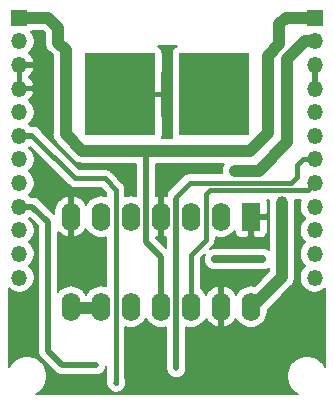
<source format=gbl>
%TF.GenerationSoftware,KiCad,Pcbnew,5.1.7-a382d34a8~88~ubuntu18.04.1*%
%TF.CreationDate,2022-12-01T09:52:47-05:00*%
%TF.ProjectId,Global_Val_Sen_Tem,476c6f62-616c-45f5-9661-6c5f53656e5f,rev?*%
%TF.SameCoordinates,Original*%
%TF.FileFunction,Copper,L2,Bot*%
%TF.FilePolarity,Positive*%
%FSLAX46Y46*%
G04 Gerber Fmt 4.6, Leading zero omitted, Abs format (unit mm)*
G04 Created by KiCad (PCBNEW 5.1.7-a382d34a8~88~ubuntu18.04.1) date 2022-12-01 09:52:47*
%MOMM*%
%LPD*%
G01*
G04 APERTURE LIST*
%TA.AperFunction,ComponentPad*%
%ADD10O,1.600000X2.400000*%
%TD*%
%TA.AperFunction,ComponentPad*%
%ADD11R,1.600000X2.400000*%
%TD*%
%TA.AperFunction,ComponentPad*%
%ADD12R,6.000000X7.000000*%
%TD*%
%TA.AperFunction,ComponentPad*%
%ADD13O,1.350000X1.350000*%
%TD*%
%TA.AperFunction,ComponentPad*%
%ADD14R,1.350000X1.350000*%
%TD*%
%TA.AperFunction,ViaPad*%
%ADD15C,1.000000*%
%TD*%
%TA.AperFunction,ViaPad*%
%ADD16C,0.500000*%
%TD*%
%TA.AperFunction,ViaPad*%
%ADD17C,0.700000*%
%TD*%
%TA.AperFunction,Conductor*%
%ADD18C,1.000000*%
%TD*%
%TA.AperFunction,Conductor*%
%ADD19C,0.500000*%
%TD*%
%TA.AperFunction,Conductor*%
%ADD20C,0.425000*%
%TD*%
%TA.AperFunction,Conductor*%
%ADD21C,0.400000*%
%TD*%
%TA.AperFunction,Conductor*%
%ADD22C,0.700000*%
%TD*%
%TA.AperFunction,Conductor*%
%ADD23C,0.200000*%
%TD*%
%TA.AperFunction,Conductor*%
%ADD24C,0.100000*%
%TD*%
G04 APERTURE END LIST*
D10*
%TO.P,IC3,14*%
%TO.N,Net-(IC3-Pad14)*%
X161105000Y-70970000D03*
%TO.P,IC3,7*%
%TO.N,GND*%
X145865000Y-63350000D03*
%TO.P,IC3,13*%
X158565000Y-70970000D03*
%TO.P,IC3,6*%
%TO.N,Net-(IC3-Pad6)*%
X148405000Y-63350000D03*
%TO.P,IC3,12*%
%TO.N,+ALM*%
X156025000Y-70970000D03*
%TO.P,IC3,5*%
%TO.N,Net-(IC3-Pad5)*%
X150945000Y-63350000D03*
%TO.P,IC3,11*%
%TO.N,+5V*%
X153485000Y-70970000D03*
%TO.P,IC3,4*%
%TO.N,GND*%
X153485000Y-63350000D03*
%TO.P,IC3,10*%
%TO.N,Net-(Ccomp1-Pad2)*%
X150945000Y-70970000D03*
%TO.P,IC3,3*%
%TO.N,Net-(IC3-Pad3)*%
X156025000Y-63350000D03*
%TO.P,IC3,9*%
%TO.N,Tout*%
X148405000Y-70970000D03*
%TO.P,IC3,2*%
%TO.N,Net-(IC3-Pad2)*%
X158565000Y-63350000D03*
%TO.P,IC3,8*%
%TO.N,Tout*%
X145865000Y-70970000D03*
D11*
%TO.P,IC3,1*%
%TO.N,GND*%
X161105000Y-63350000D03*
%TD*%
D12*
%TO.P,Termocupla,1*%
%TO.N,GND*%
X150000000Y-53000000D03*
%TO.P,Termocupla,2*%
%TO.N,Net-(IC3-Pad14)*%
X158000000Y-53000000D03*
%TD*%
D13*
%TO.P,JI_temp,12*%
%TO.N,AIN1*%
X166500000Y-68500000D03*
%TO.P,JI_temp,11*%
%TO.N,Tsen*%
X166500000Y-66500000D03*
%TO.P,JI_temp,10*%
%TO.N,Tout*%
X166500000Y-64500000D03*
%TO.P,JI_temp,9*%
%TO.N,AIN2*%
X166500000Y-62500000D03*
%TO.P,JI_temp,8*%
%TO.N,+ALM*%
X166500000Y-60500000D03*
%TO.P,JI_temp,7*%
%TO.N,AIN3*%
X166500000Y-58500000D03*
%TO.P,JI_temp,6*%
%TO.N,Net-(JI_temp1-Pad6)*%
X166500000Y-56500000D03*
%TO.P,JI_temp,5*%
%TO.N,Net-(JI_temp1-Pad5)*%
X166500000Y-54500000D03*
%TO.P,JI_temp,4*%
%TO.N,GND*%
X166500000Y-52500000D03*
%TO.P,JI_temp,3*%
X166500000Y-50500000D03*
%TO.P,JI_temp,2*%
%TO.N,+3V3*%
X166500000Y-48500000D03*
D14*
%TO.P,JI_temp,1*%
%TO.N,+5V*%
X166500000Y-46500000D03*
%TD*%
D13*
%TO.P,JD_temp,12*%
%TO.N,Net-(JD_temp1-Pad12)*%
X141500000Y-68500000D03*
%TO.P,JD_temp,11*%
%TO.N,Net-(JD_temp1-Pad11)*%
X141500000Y-66500000D03*
%TO.P,JD_temp,10*%
%TO.N,Net-(JD_temp1-Pad10)*%
X141500000Y-64500000D03*
%TO.P,JD_temp,9*%
%TO.N,SDA0*%
X141500000Y-62500000D03*
%TO.P,JD_temp,8*%
%TO.N,Net-(JD_temp1-Pad8)*%
X141500000Y-60500000D03*
%TO.P,JD_temp,7*%
%TO.N,Net-(JD_temp1-Pad7)*%
X141500000Y-58500000D03*
%TO.P,JD_temp,6*%
%TO.N,SCL0*%
X141500000Y-56500000D03*
%TO.P,JD_temp,5*%
%TO.N,Net-(JD_temp1-Pad5)*%
X141500000Y-54500000D03*
%TO.P,JD_temp,4*%
%TO.N,GND*%
X141500000Y-52500000D03*
%TO.P,JD_temp,3*%
X141500000Y-50500000D03*
%TO.P,JD_temp,2*%
%TO.N,+3V3*%
X141500000Y-48500000D03*
D14*
%TO.P,JD_temp,1*%
%TO.N,+5V*%
X141500000Y-46500000D03*
%TD*%
D15*
%TO.N,+3V3*%
X159725000Y-59450000D03*
%TO.N,GND*%
X166850000Y-74275000D03*
X150950000Y-60975000D03*
D16*
%TO.N,SDA0*%
X148000000Y-75900000D03*
%TO.N,SCL0*%
X149700000Y-77400000D03*
D17*
%TO.N,Tout*%
X158060000Y-66930000D03*
X162060000Y-66930000D03*
D16*
%TO.N,AIN3*%
X154770000Y-76162500D03*
D15*
%TO.N,Net-(IC3-Pad14)*%
X163750000Y-62100000D03*
%TD*%
D18*
%TO.N,+3V3*%
X164150000Y-57050000D02*
X164150000Y-50000000D01*
X165650000Y-48500000D02*
X166500000Y-48500000D01*
X164150000Y-50000000D02*
X165650000Y-48500000D01*
X161750000Y-59450000D02*
X164150000Y-57050000D01*
X161750000Y-59450000D02*
X159725000Y-59450000D01*
D19*
%TO.N,+5V*%
X153500000Y-71060000D02*
X153500000Y-66800000D01*
X153500000Y-66800000D02*
X152200000Y-65500000D01*
D18*
X163500000Y-48750000D02*
X163500000Y-47050000D01*
X162500000Y-49750000D02*
X163500000Y-48750000D01*
X161010002Y-57750000D02*
X162500000Y-56260002D01*
X162500000Y-56260002D02*
X162500000Y-49750000D01*
X163500000Y-47050000D02*
X164050000Y-46500000D01*
X141500000Y-46500000D02*
X143950000Y-46500000D01*
X164050000Y-46500000D02*
X166500000Y-46500000D01*
X145400000Y-56350000D02*
X146800000Y-57750000D01*
D20*
X152200000Y-57800000D02*
X152150000Y-57750000D01*
D19*
X152200000Y-65500000D02*
X152200000Y-57800000D01*
D18*
X146800000Y-57750000D02*
X152150000Y-57750000D01*
X152150000Y-57750000D02*
X161010002Y-57750000D01*
X145400000Y-49225318D02*
X145400000Y-56350000D01*
X143950000Y-46500000D02*
X144784990Y-47334990D01*
X144784990Y-48610308D02*
X145400000Y-49225318D01*
X144784990Y-47334990D02*
X144784990Y-48610308D01*
D19*
%TO.N,SDA0*%
X148000000Y-75900000D02*
X145100000Y-75900000D01*
X145100000Y-75900000D02*
X143900000Y-74700000D01*
X143900000Y-74700000D02*
X143900000Y-63800000D01*
X142600000Y-62500000D02*
X141500000Y-62500000D01*
X143900000Y-63800000D02*
X142600000Y-62500000D01*
%TO.N,SCL0*%
X141500000Y-56500000D02*
X142600000Y-56500000D01*
D21*
X148700000Y-60100000D02*
X146200000Y-60100000D01*
X149650000Y-77400000D02*
X149650000Y-61050000D01*
X146200000Y-60100000D02*
X142600000Y-56500000D01*
X149650000Y-61050000D02*
X148700000Y-60100000D01*
D18*
%TO.N,Tout*%
X148420000Y-71060000D02*
X145880000Y-71060000D01*
D22*
X158060000Y-66930000D02*
X162060000Y-66930000D01*
D19*
%TO.N,AIN3*%
X154770000Y-61820000D02*
X154770000Y-76162500D01*
D20*
X166490000Y-58510000D02*
X166500000Y-58500000D01*
X154770000Y-61820000D02*
X154770000Y-61640000D01*
X166500000Y-58500000D02*
X165500000Y-58500000D01*
X165500000Y-58500000D02*
X165000000Y-59000000D01*
X165000000Y-59000000D02*
X165000000Y-59950000D01*
X165000000Y-59950000D02*
X164495000Y-60455000D01*
X164495000Y-60455000D02*
X155955000Y-60455000D01*
X154770000Y-61640000D02*
X155955000Y-60455000D01*
D21*
%TO.N,+ALM*%
X165900000Y-61100000D02*
X166500000Y-60500000D01*
X157650000Y-61100000D02*
X165900000Y-61100000D01*
X157300000Y-61450000D02*
X157650000Y-61100000D01*
X156040000Y-71060000D02*
X156040000Y-66550000D01*
X157300000Y-65290000D02*
X157300000Y-61450000D01*
X156040000Y-66550000D02*
X157300000Y-65290000D01*
D18*
%TO.N,Net-(IC3-Pad14)*%
X161120000Y-71060000D02*
X163750000Y-68430000D01*
X163750000Y-62250000D02*
X163750000Y-68430000D01*
%TD*%
D23*
%TO.N,GND*%
X165273998Y-62128096D02*
X165225000Y-62374423D01*
X165225000Y-62625577D01*
X165273998Y-62871904D01*
X165370110Y-63103939D01*
X165509643Y-63312765D01*
X165687235Y-63490357D01*
X165701667Y-63500000D01*
X165687235Y-63509643D01*
X165509643Y-63687235D01*
X165370110Y-63896061D01*
X165273998Y-64128096D01*
X165225000Y-64374423D01*
X165225000Y-64625577D01*
X165273998Y-64871904D01*
X165370110Y-65103939D01*
X165509643Y-65312765D01*
X165687235Y-65490357D01*
X165701667Y-65500000D01*
X165687235Y-65509643D01*
X165509643Y-65687235D01*
X165370110Y-65896061D01*
X165273998Y-66128096D01*
X165225000Y-66374423D01*
X165225000Y-66625577D01*
X165273998Y-66871904D01*
X165370110Y-67103939D01*
X165509643Y-67312765D01*
X165687235Y-67490357D01*
X165701667Y-67500000D01*
X165687235Y-67509643D01*
X165509643Y-67687235D01*
X165370110Y-67896061D01*
X165273998Y-68128096D01*
X165225000Y-68374423D01*
X165225000Y-68625577D01*
X165273998Y-68871904D01*
X165370110Y-69103939D01*
X165509643Y-69312765D01*
X165687235Y-69490357D01*
X165896061Y-69629890D01*
X166128096Y-69726002D01*
X166374423Y-69775000D01*
X166625577Y-69775000D01*
X166871904Y-69726002D01*
X167103939Y-69629890D01*
X167312765Y-69490357D01*
X167375001Y-69428121D01*
X167375001Y-76089363D01*
X167356521Y-76044748D01*
X167170477Y-75766313D01*
X166933687Y-75529523D01*
X166655252Y-75343479D01*
X166345872Y-75215330D01*
X166017435Y-75150000D01*
X165682565Y-75150000D01*
X165354128Y-75215330D01*
X165044748Y-75343479D01*
X164766313Y-75529523D01*
X164529523Y-75766313D01*
X164343479Y-76044748D01*
X164215330Y-76354128D01*
X164150000Y-76682565D01*
X164150000Y-77017435D01*
X164215330Y-77345872D01*
X164343479Y-77655252D01*
X164529523Y-77933687D01*
X164766313Y-78170477D01*
X165044748Y-78356521D01*
X165089360Y-78375000D01*
X142910640Y-78375000D01*
X142955252Y-78356521D01*
X143233687Y-78170477D01*
X143470477Y-77933687D01*
X143656521Y-77655252D01*
X143784670Y-77345872D01*
X143850000Y-77017435D01*
X143850000Y-76682565D01*
X143784670Y-76354128D01*
X143656521Y-76044748D01*
X143470477Y-75766313D01*
X143233687Y-75529523D01*
X142955252Y-75343479D01*
X142645872Y-75215330D01*
X142317435Y-75150000D01*
X141982565Y-75150000D01*
X141654128Y-75215330D01*
X141344748Y-75343479D01*
X141066313Y-75529523D01*
X140829523Y-75766313D01*
X140643479Y-76044748D01*
X140625000Y-76089360D01*
X140625000Y-69428122D01*
X140687235Y-69490357D01*
X140896061Y-69629890D01*
X141128096Y-69726002D01*
X141374423Y-69775000D01*
X141625577Y-69775000D01*
X141871904Y-69726002D01*
X142103939Y-69629890D01*
X142312765Y-69490357D01*
X142490357Y-69312765D01*
X142629890Y-69103939D01*
X142726002Y-68871904D01*
X142775000Y-68625577D01*
X142775000Y-68374423D01*
X142726002Y-68128096D01*
X142629890Y-67896061D01*
X142490357Y-67687235D01*
X142312765Y-67509643D01*
X142298333Y-67500000D01*
X142312765Y-67490357D01*
X142490357Y-67312765D01*
X142629890Y-67103939D01*
X142726002Y-66871904D01*
X142775000Y-66625577D01*
X142775000Y-66374423D01*
X142726002Y-66128096D01*
X142629890Y-65896061D01*
X142490357Y-65687235D01*
X142312765Y-65509643D01*
X142298333Y-65500000D01*
X142312765Y-65490357D01*
X142490357Y-65312765D01*
X142629890Y-65103939D01*
X142726002Y-64871904D01*
X142775000Y-64625577D01*
X142775000Y-64374423D01*
X142726002Y-64128096D01*
X142629890Y-63896061D01*
X142490357Y-63687235D01*
X142312765Y-63509643D01*
X142298333Y-63500000D01*
X142312765Y-63490357D01*
X142350521Y-63452601D01*
X143050001Y-64152083D01*
X143050000Y-74658259D01*
X143045889Y-74700000D01*
X143050000Y-74741741D01*
X143050000Y-74741748D01*
X143062300Y-74866628D01*
X143110903Y-75026854D01*
X143189832Y-75174518D01*
X143296052Y-75303948D01*
X143328486Y-75330566D01*
X144469438Y-76471519D01*
X144496052Y-76503948D01*
X144625481Y-76610168D01*
X144760925Y-76682565D01*
X144773145Y-76689097D01*
X144933370Y-76737700D01*
X144949013Y-76739241D01*
X145058251Y-76750000D01*
X145058258Y-76750000D01*
X145099999Y-76754111D01*
X145141740Y-76750000D01*
X148083718Y-76750000D01*
X148124883Y-76741812D01*
X148166629Y-76737700D01*
X148206772Y-76725523D01*
X148247936Y-76717335D01*
X148286706Y-76701276D01*
X148326855Y-76689097D01*
X148363857Y-76669319D01*
X148402626Y-76653260D01*
X148437521Y-76629944D01*
X148474519Y-76610168D01*
X148506945Y-76583557D01*
X148541844Y-76560238D01*
X148571525Y-76530557D01*
X148603948Y-76503948D01*
X148630557Y-76471525D01*
X148660238Y-76441844D01*
X148683557Y-76406945D01*
X148710168Y-76374519D01*
X148729944Y-76337521D01*
X148753260Y-76302626D01*
X148769319Y-76263857D01*
X148789097Y-76226855D01*
X148801276Y-76186706D01*
X148817335Y-76147936D01*
X148825523Y-76106772D01*
X148837700Y-76066629D01*
X148841812Y-76024883D01*
X148850000Y-75983718D01*
X148850000Y-77483718D01*
X148858667Y-77527290D01*
X148861576Y-77556826D01*
X148870191Y-77585227D01*
X148882665Y-77647936D01*
X148907132Y-77707005D01*
X148907321Y-77707627D01*
X148907627Y-77708200D01*
X148946740Y-77802626D01*
X149039762Y-77941844D01*
X149158156Y-78060238D01*
X149297374Y-78153260D01*
X149452064Y-78217335D01*
X149616282Y-78250000D01*
X149783718Y-78250000D01*
X149947936Y-78217335D01*
X150102626Y-78153260D01*
X150241844Y-78060238D01*
X150360238Y-77941844D01*
X150453260Y-77802626D01*
X150517335Y-77647936D01*
X150550000Y-77483718D01*
X150550000Y-77316282D01*
X150517335Y-77152064D01*
X150453260Y-76997374D01*
X150450000Y-76992495D01*
X150450000Y-72682840D01*
X150670552Y-72749743D01*
X150945000Y-72776774D01*
X151219447Y-72749743D01*
X151483348Y-72669690D01*
X151726561Y-72539690D01*
X151939738Y-72364739D01*
X152114690Y-72151562D01*
X152215000Y-71963895D01*
X152315310Y-72151561D01*
X152490261Y-72364738D01*
X152703438Y-72539690D01*
X152946651Y-72669690D01*
X153210552Y-72749743D01*
X153485000Y-72776774D01*
X153759447Y-72749743D01*
X153920001Y-72701040D01*
X153920001Y-76078777D01*
X153920000Y-76078782D01*
X153920000Y-76246218D01*
X153928190Y-76287393D01*
X153932301Y-76329129D01*
X153944475Y-76369262D01*
X153952665Y-76410436D01*
X153968728Y-76449216D01*
X153980904Y-76489355D01*
X154000678Y-76526349D01*
X154016740Y-76565126D01*
X154040061Y-76600028D01*
X154059833Y-76637019D01*
X154086439Y-76669438D01*
X154109762Y-76704344D01*
X154139449Y-76734031D01*
X154166053Y-76766448D01*
X154198470Y-76793052D01*
X154228156Y-76822738D01*
X154263061Y-76846061D01*
X154295482Y-76872668D01*
X154332475Y-76892442D01*
X154367374Y-76915760D01*
X154406147Y-76931820D01*
X154443146Y-76951597D01*
X154483291Y-76963775D01*
X154522064Y-76979835D01*
X154563231Y-76988024D01*
X154603372Y-77000200D01*
X154645116Y-77004312D01*
X154686282Y-77012500D01*
X154728252Y-77012500D01*
X154770000Y-77016612D01*
X154811749Y-77012500D01*
X154853718Y-77012500D01*
X154894883Y-77004312D01*
X154936629Y-77000200D01*
X154976772Y-76988023D01*
X155017936Y-76979835D01*
X155056706Y-76963776D01*
X155096855Y-76951597D01*
X155133857Y-76931819D01*
X155172626Y-76915760D01*
X155207521Y-76892444D01*
X155244519Y-76872668D01*
X155276945Y-76846057D01*
X155311844Y-76822738D01*
X155341525Y-76793057D01*
X155373948Y-76766448D01*
X155400557Y-76734025D01*
X155430238Y-76704344D01*
X155453557Y-76669445D01*
X155480168Y-76637019D01*
X155499944Y-76600021D01*
X155523260Y-76565126D01*
X155539319Y-76526357D01*
X155559097Y-76489355D01*
X155571276Y-76449206D01*
X155587335Y-76410436D01*
X155595523Y-76369272D01*
X155607700Y-76329129D01*
X155611812Y-76287383D01*
X155620000Y-76246218D01*
X155620000Y-72710141D01*
X155750552Y-72749743D01*
X156025000Y-72776774D01*
X156299447Y-72749743D01*
X156563348Y-72669690D01*
X156806561Y-72539690D01*
X157019738Y-72364739D01*
X157194690Y-72151562D01*
X157289933Y-71973375D01*
X157323111Y-72051096D01*
X157479849Y-72280289D01*
X157678288Y-72474501D01*
X157910803Y-72626267D01*
X158193958Y-72728231D01*
X158411000Y-72616523D01*
X158411000Y-71124000D01*
X158391000Y-71124000D01*
X158391000Y-70816000D01*
X158411000Y-70816000D01*
X158411000Y-69323477D01*
X158193958Y-69211769D01*
X157910803Y-69313733D01*
X157678288Y-69465499D01*
X157479849Y-69659711D01*
X157323111Y-69888904D01*
X157289933Y-69966625D01*
X157194690Y-69788438D01*
X157019739Y-69575261D01*
X156840000Y-69427752D01*
X156840000Y-66881370D01*
X157201685Y-66519685D01*
X157200173Y-66523337D01*
X157178068Y-66564692D01*
X157164456Y-66609564D01*
X157146508Y-66652895D01*
X157137358Y-66698895D01*
X157123746Y-66743768D01*
X157119150Y-66790433D01*
X157110000Y-66836433D01*
X157110000Y-66883335D01*
X157105404Y-66930000D01*
X157110000Y-66976665D01*
X157110000Y-67023567D01*
X157119150Y-67069567D01*
X157123746Y-67116232D01*
X157137358Y-67161105D01*
X157146508Y-67207105D01*
X157164456Y-67250436D01*
X157178068Y-67295308D01*
X157200173Y-67336663D01*
X157218121Y-67379994D01*
X157244177Y-67418990D01*
X157266282Y-67460345D01*
X157296029Y-67496592D01*
X157322087Y-67535590D01*
X157355255Y-67568758D01*
X157384999Y-67605001D01*
X157421242Y-67634745D01*
X157454410Y-67667913D01*
X157493408Y-67693971D01*
X157529655Y-67723718D01*
X157571010Y-67745823D01*
X157610006Y-67771879D01*
X157653337Y-67789827D01*
X157694692Y-67811932D01*
X157739564Y-67825544D01*
X157782895Y-67843492D01*
X157828895Y-67852642D01*
X157873768Y-67866254D01*
X157920433Y-67870850D01*
X157966433Y-67880000D01*
X162153567Y-67880000D01*
X162199567Y-67870850D01*
X162246232Y-67866254D01*
X162291105Y-67852642D01*
X162337105Y-67843492D01*
X162380436Y-67825544D01*
X162425308Y-67811932D01*
X162466663Y-67789827D01*
X162509994Y-67771879D01*
X162548990Y-67745823D01*
X162590345Y-67723718D01*
X162626592Y-67693971D01*
X162650001Y-67678329D01*
X162650001Y-67974364D01*
X161421387Y-69202979D01*
X161379448Y-69190257D01*
X161105000Y-69163226D01*
X160830553Y-69190257D01*
X160566652Y-69270310D01*
X160323439Y-69400310D01*
X160110262Y-69575261D01*
X159935310Y-69788438D01*
X159840067Y-69966625D01*
X159806889Y-69888904D01*
X159650151Y-69659711D01*
X159451712Y-69465499D01*
X159219197Y-69313733D01*
X158936042Y-69211769D01*
X158719000Y-69323477D01*
X158719000Y-70816000D01*
X158739000Y-70816000D01*
X158739000Y-71124000D01*
X158719000Y-71124000D01*
X158719000Y-72616523D01*
X158936042Y-72728231D01*
X159219197Y-72626267D01*
X159451712Y-72474501D01*
X159650151Y-72280289D01*
X159806889Y-72051096D01*
X159840067Y-71973374D01*
X159935310Y-72151561D01*
X160110261Y-72364738D01*
X160323438Y-72539690D01*
X160566651Y-72669690D01*
X160830552Y-72749743D01*
X161105000Y-72776774D01*
X161379447Y-72749743D01*
X161643348Y-72669690D01*
X161886561Y-72539690D01*
X162099738Y-72364739D01*
X162274690Y-72151562D01*
X162404690Y-71908349D01*
X162484743Y-71644448D01*
X162505000Y-71438777D01*
X162505000Y-71230634D01*
X164489606Y-69246029D01*
X164531581Y-69211581D01*
X164669042Y-69044084D01*
X164771184Y-68852989D01*
X164834084Y-68645638D01*
X164855322Y-68430000D01*
X164850000Y-68375964D01*
X164850000Y-61991659D01*
X164831768Y-61900000D01*
X165368478Y-61900000D01*
X165273998Y-62128096D01*
%TA.AperFunction,Conductor*%
D24*
G36*
X165273998Y-62128096D02*
G01*
X165225000Y-62374423D01*
X165225000Y-62625577D01*
X165273998Y-62871904D01*
X165370110Y-63103939D01*
X165509643Y-63312765D01*
X165687235Y-63490357D01*
X165701667Y-63500000D01*
X165687235Y-63509643D01*
X165509643Y-63687235D01*
X165370110Y-63896061D01*
X165273998Y-64128096D01*
X165225000Y-64374423D01*
X165225000Y-64625577D01*
X165273998Y-64871904D01*
X165370110Y-65103939D01*
X165509643Y-65312765D01*
X165687235Y-65490357D01*
X165701667Y-65500000D01*
X165687235Y-65509643D01*
X165509643Y-65687235D01*
X165370110Y-65896061D01*
X165273998Y-66128096D01*
X165225000Y-66374423D01*
X165225000Y-66625577D01*
X165273998Y-66871904D01*
X165370110Y-67103939D01*
X165509643Y-67312765D01*
X165687235Y-67490357D01*
X165701667Y-67500000D01*
X165687235Y-67509643D01*
X165509643Y-67687235D01*
X165370110Y-67896061D01*
X165273998Y-68128096D01*
X165225000Y-68374423D01*
X165225000Y-68625577D01*
X165273998Y-68871904D01*
X165370110Y-69103939D01*
X165509643Y-69312765D01*
X165687235Y-69490357D01*
X165896061Y-69629890D01*
X166128096Y-69726002D01*
X166374423Y-69775000D01*
X166625577Y-69775000D01*
X166871904Y-69726002D01*
X167103939Y-69629890D01*
X167312765Y-69490357D01*
X167375001Y-69428121D01*
X167375001Y-76089363D01*
X167356521Y-76044748D01*
X167170477Y-75766313D01*
X166933687Y-75529523D01*
X166655252Y-75343479D01*
X166345872Y-75215330D01*
X166017435Y-75150000D01*
X165682565Y-75150000D01*
X165354128Y-75215330D01*
X165044748Y-75343479D01*
X164766313Y-75529523D01*
X164529523Y-75766313D01*
X164343479Y-76044748D01*
X164215330Y-76354128D01*
X164150000Y-76682565D01*
X164150000Y-77017435D01*
X164215330Y-77345872D01*
X164343479Y-77655252D01*
X164529523Y-77933687D01*
X164766313Y-78170477D01*
X165044748Y-78356521D01*
X165089360Y-78375000D01*
X142910640Y-78375000D01*
X142955252Y-78356521D01*
X143233687Y-78170477D01*
X143470477Y-77933687D01*
X143656521Y-77655252D01*
X143784670Y-77345872D01*
X143850000Y-77017435D01*
X143850000Y-76682565D01*
X143784670Y-76354128D01*
X143656521Y-76044748D01*
X143470477Y-75766313D01*
X143233687Y-75529523D01*
X142955252Y-75343479D01*
X142645872Y-75215330D01*
X142317435Y-75150000D01*
X141982565Y-75150000D01*
X141654128Y-75215330D01*
X141344748Y-75343479D01*
X141066313Y-75529523D01*
X140829523Y-75766313D01*
X140643479Y-76044748D01*
X140625000Y-76089360D01*
X140625000Y-69428122D01*
X140687235Y-69490357D01*
X140896061Y-69629890D01*
X141128096Y-69726002D01*
X141374423Y-69775000D01*
X141625577Y-69775000D01*
X141871904Y-69726002D01*
X142103939Y-69629890D01*
X142312765Y-69490357D01*
X142490357Y-69312765D01*
X142629890Y-69103939D01*
X142726002Y-68871904D01*
X142775000Y-68625577D01*
X142775000Y-68374423D01*
X142726002Y-68128096D01*
X142629890Y-67896061D01*
X142490357Y-67687235D01*
X142312765Y-67509643D01*
X142298333Y-67500000D01*
X142312765Y-67490357D01*
X142490357Y-67312765D01*
X142629890Y-67103939D01*
X142726002Y-66871904D01*
X142775000Y-66625577D01*
X142775000Y-66374423D01*
X142726002Y-66128096D01*
X142629890Y-65896061D01*
X142490357Y-65687235D01*
X142312765Y-65509643D01*
X142298333Y-65500000D01*
X142312765Y-65490357D01*
X142490357Y-65312765D01*
X142629890Y-65103939D01*
X142726002Y-64871904D01*
X142775000Y-64625577D01*
X142775000Y-64374423D01*
X142726002Y-64128096D01*
X142629890Y-63896061D01*
X142490357Y-63687235D01*
X142312765Y-63509643D01*
X142298333Y-63500000D01*
X142312765Y-63490357D01*
X142350521Y-63452601D01*
X143050001Y-64152083D01*
X143050000Y-74658259D01*
X143045889Y-74700000D01*
X143050000Y-74741741D01*
X143050000Y-74741748D01*
X143062300Y-74866628D01*
X143110903Y-75026854D01*
X143189832Y-75174518D01*
X143296052Y-75303948D01*
X143328486Y-75330566D01*
X144469438Y-76471519D01*
X144496052Y-76503948D01*
X144625481Y-76610168D01*
X144760925Y-76682565D01*
X144773145Y-76689097D01*
X144933370Y-76737700D01*
X144949013Y-76739241D01*
X145058251Y-76750000D01*
X145058258Y-76750000D01*
X145099999Y-76754111D01*
X145141740Y-76750000D01*
X148083718Y-76750000D01*
X148124883Y-76741812D01*
X148166629Y-76737700D01*
X148206772Y-76725523D01*
X148247936Y-76717335D01*
X148286706Y-76701276D01*
X148326855Y-76689097D01*
X148363857Y-76669319D01*
X148402626Y-76653260D01*
X148437521Y-76629944D01*
X148474519Y-76610168D01*
X148506945Y-76583557D01*
X148541844Y-76560238D01*
X148571525Y-76530557D01*
X148603948Y-76503948D01*
X148630557Y-76471525D01*
X148660238Y-76441844D01*
X148683557Y-76406945D01*
X148710168Y-76374519D01*
X148729944Y-76337521D01*
X148753260Y-76302626D01*
X148769319Y-76263857D01*
X148789097Y-76226855D01*
X148801276Y-76186706D01*
X148817335Y-76147936D01*
X148825523Y-76106772D01*
X148837700Y-76066629D01*
X148841812Y-76024883D01*
X148850000Y-75983718D01*
X148850000Y-77483718D01*
X148858667Y-77527290D01*
X148861576Y-77556826D01*
X148870191Y-77585227D01*
X148882665Y-77647936D01*
X148907132Y-77707005D01*
X148907321Y-77707627D01*
X148907627Y-77708200D01*
X148946740Y-77802626D01*
X149039762Y-77941844D01*
X149158156Y-78060238D01*
X149297374Y-78153260D01*
X149452064Y-78217335D01*
X149616282Y-78250000D01*
X149783718Y-78250000D01*
X149947936Y-78217335D01*
X150102626Y-78153260D01*
X150241844Y-78060238D01*
X150360238Y-77941844D01*
X150453260Y-77802626D01*
X150517335Y-77647936D01*
X150550000Y-77483718D01*
X150550000Y-77316282D01*
X150517335Y-77152064D01*
X150453260Y-76997374D01*
X150450000Y-76992495D01*
X150450000Y-72682840D01*
X150670552Y-72749743D01*
X150945000Y-72776774D01*
X151219447Y-72749743D01*
X151483348Y-72669690D01*
X151726561Y-72539690D01*
X151939738Y-72364739D01*
X152114690Y-72151562D01*
X152215000Y-71963895D01*
X152315310Y-72151561D01*
X152490261Y-72364738D01*
X152703438Y-72539690D01*
X152946651Y-72669690D01*
X153210552Y-72749743D01*
X153485000Y-72776774D01*
X153759447Y-72749743D01*
X153920001Y-72701040D01*
X153920001Y-76078777D01*
X153920000Y-76078782D01*
X153920000Y-76246218D01*
X153928190Y-76287393D01*
X153932301Y-76329129D01*
X153944475Y-76369262D01*
X153952665Y-76410436D01*
X153968728Y-76449216D01*
X153980904Y-76489355D01*
X154000678Y-76526349D01*
X154016740Y-76565126D01*
X154040061Y-76600028D01*
X154059833Y-76637019D01*
X154086439Y-76669438D01*
X154109762Y-76704344D01*
X154139449Y-76734031D01*
X154166053Y-76766448D01*
X154198470Y-76793052D01*
X154228156Y-76822738D01*
X154263061Y-76846061D01*
X154295482Y-76872668D01*
X154332475Y-76892442D01*
X154367374Y-76915760D01*
X154406147Y-76931820D01*
X154443146Y-76951597D01*
X154483291Y-76963775D01*
X154522064Y-76979835D01*
X154563231Y-76988024D01*
X154603372Y-77000200D01*
X154645116Y-77004312D01*
X154686282Y-77012500D01*
X154728252Y-77012500D01*
X154770000Y-77016612D01*
X154811749Y-77012500D01*
X154853718Y-77012500D01*
X154894883Y-77004312D01*
X154936629Y-77000200D01*
X154976772Y-76988023D01*
X155017936Y-76979835D01*
X155056706Y-76963776D01*
X155096855Y-76951597D01*
X155133857Y-76931819D01*
X155172626Y-76915760D01*
X155207521Y-76892444D01*
X155244519Y-76872668D01*
X155276945Y-76846057D01*
X155311844Y-76822738D01*
X155341525Y-76793057D01*
X155373948Y-76766448D01*
X155400557Y-76734025D01*
X155430238Y-76704344D01*
X155453557Y-76669445D01*
X155480168Y-76637019D01*
X155499944Y-76600021D01*
X155523260Y-76565126D01*
X155539319Y-76526357D01*
X155559097Y-76489355D01*
X155571276Y-76449206D01*
X155587335Y-76410436D01*
X155595523Y-76369272D01*
X155607700Y-76329129D01*
X155611812Y-76287383D01*
X155620000Y-76246218D01*
X155620000Y-72710141D01*
X155750552Y-72749743D01*
X156025000Y-72776774D01*
X156299447Y-72749743D01*
X156563348Y-72669690D01*
X156806561Y-72539690D01*
X157019738Y-72364739D01*
X157194690Y-72151562D01*
X157289933Y-71973375D01*
X157323111Y-72051096D01*
X157479849Y-72280289D01*
X157678288Y-72474501D01*
X157910803Y-72626267D01*
X158193958Y-72728231D01*
X158411000Y-72616523D01*
X158411000Y-71124000D01*
X158391000Y-71124000D01*
X158391000Y-70816000D01*
X158411000Y-70816000D01*
X158411000Y-69323477D01*
X158193958Y-69211769D01*
X157910803Y-69313733D01*
X157678288Y-69465499D01*
X157479849Y-69659711D01*
X157323111Y-69888904D01*
X157289933Y-69966625D01*
X157194690Y-69788438D01*
X157019739Y-69575261D01*
X156840000Y-69427752D01*
X156840000Y-66881370D01*
X157201685Y-66519685D01*
X157200173Y-66523337D01*
X157178068Y-66564692D01*
X157164456Y-66609564D01*
X157146508Y-66652895D01*
X157137358Y-66698895D01*
X157123746Y-66743768D01*
X157119150Y-66790433D01*
X157110000Y-66836433D01*
X157110000Y-66883335D01*
X157105404Y-66930000D01*
X157110000Y-66976665D01*
X157110000Y-67023567D01*
X157119150Y-67069567D01*
X157123746Y-67116232D01*
X157137358Y-67161105D01*
X157146508Y-67207105D01*
X157164456Y-67250436D01*
X157178068Y-67295308D01*
X157200173Y-67336663D01*
X157218121Y-67379994D01*
X157244177Y-67418990D01*
X157266282Y-67460345D01*
X157296029Y-67496592D01*
X157322087Y-67535590D01*
X157355255Y-67568758D01*
X157384999Y-67605001D01*
X157421242Y-67634745D01*
X157454410Y-67667913D01*
X157493408Y-67693971D01*
X157529655Y-67723718D01*
X157571010Y-67745823D01*
X157610006Y-67771879D01*
X157653337Y-67789827D01*
X157694692Y-67811932D01*
X157739564Y-67825544D01*
X157782895Y-67843492D01*
X157828895Y-67852642D01*
X157873768Y-67866254D01*
X157920433Y-67870850D01*
X157966433Y-67880000D01*
X162153567Y-67880000D01*
X162199567Y-67870850D01*
X162246232Y-67866254D01*
X162291105Y-67852642D01*
X162337105Y-67843492D01*
X162380436Y-67825544D01*
X162425308Y-67811932D01*
X162466663Y-67789827D01*
X162509994Y-67771879D01*
X162548990Y-67745823D01*
X162590345Y-67723718D01*
X162626592Y-67693971D01*
X162650001Y-67678329D01*
X162650001Y-67974364D01*
X161421387Y-69202979D01*
X161379448Y-69190257D01*
X161105000Y-69163226D01*
X160830553Y-69190257D01*
X160566652Y-69270310D01*
X160323439Y-69400310D01*
X160110262Y-69575261D01*
X159935310Y-69788438D01*
X159840067Y-69966625D01*
X159806889Y-69888904D01*
X159650151Y-69659711D01*
X159451712Y-69465499D01*
X159219197Y-69313733D01*
X158936042Y-69211769D01*
X158719000Y-69323477D01*
X158719000Y-70816000D01*
X158739000Y-70816000D01*
X158739000Y-71124000D01*
X158719000Y-71124000D01*
X158719000Y-72616523D01*
X158936042Y-72728231D01*
X159219197Y-72626267D01*
X159451712Y-72474501D01*
X159650151Y-72280289D01*
X159806889Y-72051096D01*
X159840067Y-71973374D01*
X159935310Y-72151561D01*
X160110261Y-72364738D01*
X160323438Y-72539690D01*
X160566651Y-72669690D01*
X160830552Y-72749743D01*
X161105000Y-72776774D01*
X161379447Y-72749743D01*
X161643348Y-72669690D01*
X161886561Y-72539690D01*
X162099738Y-72364739D01*
X162274690Y-72151562D01*
X162404690Y-71908349D01*
X162484743Y-71644448D01*
X162505000Y-71438777D01*
X162505000Y-71230634D01*
X164489606Y-69246029D01*
X164531581Y-69211581D01*
X164669042Y-69044084D01*
X164771184Y-68852989D01*
X164834084Y-68645638D01*
X164855322Y-68430000D01*
X164850000Y-68375964D01*
X164850000Y-61991659D01*
X164831768Y-61900000D01*
X165368478Y-61900000D01*
X165273998Y-62128096D01*
G37*
%TD.AperFunction*%
D23*
X145606527Y-60637897D02*
X145631578Y-60668422D01*
X145678977Y-60707321D01*
X145753393Y-60768393D01*
X145856620Y-60823569D01*
X145892372Y-60842679D01*
X146043173Y-60888424D01*
X146160707Y-60900000D01*
X146160709Y-60900000D01*
X146200000Y-60903870D01*
X146239291Y-60900000D01*
X148368630Y-60900000D01*
X148850001Y-61381371D01*
X148850001Y-61621993D01*
X148679448Y-61570257D01*
X148405000Y-61543226D01*
X148130553Y-61570257D01*
X147866652Y-61650310D01*
X147623439Y-61780310D01*
X147410262Y-61955261D01*
X147235310Y-62168438D01*
X147140067Y-62346625D01*
X147106889Y-62268904D01*
X146950151Y-62039711D01*
X146751712Y-61845499D01*
X146519197Y-61693733D01*
X146236042Y-61591769D01*
X146019000Y-61703477D01*
X146019000Y-63196000D01*
X146039000Y-63196000D01*
X146039000Y-63504000D01*
X146019000Y-63504000D01*
X146019000Y-64996523D01*
X146236042Y-65108231D01*
X146519197Y-65006267D01*
X146751712Y-64854501D01*
X146950151Y-64660289D01*
X147106889Y-64431096D01*
X147140067Y-64353374D01*
X147235310Y-64531561D01*
X147410261Y-64744738D01*
X147623438Y-64919690D01*
X147866651Y-65049690D01*
X148130552Y-65129743D01*
X148405000Y-65156774D01*
X148679447Y-65129743D01*
X148850001Y-65078006D01*
X148850000Y-69241993D01*
X148679448Y-69190257D01*
X148405000Y-69163226D01*
X148130553Y-69190257D01*
X147866652Y-69270310D01*
X147623439Y-69400310D01*
X147410262Y-69575261D01*
X147235310Y-69788438D01*
X147143608Y-69960000D01*
X147126392Y-69960000D01*
X147034690Y-69788438D01*
X146859739Y-69575261D01*
X146646562Y-69400310D01*
X146403349Y-69270310D01*
X146139448Y-69190257D01*
X145865000Y-69163226D01*
X145590553Y-69190257D01*
X145326652Y-69270310D01*
X145083439Y-69400310D01*
X144870262Y-69575261D01*
X144750000Y-69721799D01*
X144750000Y-64616642D01*
X144779849Y-64660289D01*
X144978288Y-64854501D01*
X145210803Y-65006267D01*
X145493958Y-65108231D01*
X145711000Y-64996523D01*
X145711000Y-63504000D01*
X145691000Y-63504000D01*
X145691000Y-63196000D01*
X145711000Y-63196000D01*
X145711000Y-61703477D01*
X145493958Y-61591769D01*
X145210803Y-61693733D01*
X144978288Y-61845499D01*
X144779849Y-62039711D01*
X144623111Y-62268904D01*
X144514098Y-62524272D01*
X144457000Y-62796000D01*
X144457000Y-63154918D01*
X143230566Y-61928485D01*
X143203948Y-61896052D01*
X143074519Y-61789832D01*
X142926855Y-61710903D01*
X142766629Y-61662300D01*
X142641749Y-61650000D01*
X142641741Y-61650000D01*
X142600000Y-61645889D01*
X142558259Y-61650000D01*
X142453122Y-61650000D01*
X142312765Y-61509643D01*
X142298333Y-61500000D01*
X142312765Y-61490357D01*
X142490357Y-61312765D01*
X142629890Y-61103939D01*
X142726002Y-60871904D01*
X142775000Y-60625577D01*
X142775000Y-60374423D01*
X142726002Y-60128096D01*
X142629890Y-59896061D01*
X142490357Y-59687235D01*
X142312765Y-59509643D01*
X142298333Y-59500000D01*
X142312765Y-59490357D01*
X142490357Y-59312765D01*
X142629890Y-59103939D01*
X142726002Y-58871904D01*
X142775000Y-58625577D01*
X142775000Y-58374423D01*
X142726002Y-58128096D01*
X142629890Y-57896061D01*
X142490357Y-57687235D01*
X142312765Y-57509643D01*
X142298333Y-57500000D01*
X142312765Y-57490357D01*
X142385876Y-57417246D01*
X145606527Y-60637897D01*
%TA.AperFunction,Conductor*%
D24*
G36*
X145606527Y-60637897D02*
G01*
X145631578Y-60668422D01*
X145678977Y-60707321D01*
X145753393Y-60768393D01*
X145856620Y-60823569D01*
X145892372Y-60842679D01*
X146043173Y-60888424D01*
X146160707Y-60900000D01*
X146160709Y-60900000D01*
X146200000Y-60903870D01*
X146239291Y-60900000D01*
X148368630Y-60900000D01*
X148850001Y-61381371D01*
X148850001Y-61621993D01*
X148679448Y-61570257D01*
X148405000Y-61543226D01*
X148130553Y-61570257D01*
X147866652Y-61650310D01*
X147623439Y-61780310D01*
X147410262Y-61955261D01*
X147235310Y-62168438D01*
X147140067Y-62346625D01*
X147106889Y-62268904D01*
X146950151Y-62039711D01*
X146751712Y-61845499D01*
X146519197Y-61693733D01*
X146236042Y-61591769D01*
X146019000Y-61703477D01*
X146019000Y-63196000D01*
X146039000Y-63196000D01*
X146039000Y-63504000D01*
X146019000Y-63504000D01*
X146019000Y-64996523D01*
X146236042Y-65108231D01*
X146519197Y-65006267D01*
X146751712Y-64854501D01*
X146950151Y-64660289D01*
X147106889Y-64431096D01*
X147140067Y-64353374D01*
X147235310Y-64531561D01*
X147410261Y-64744738D01*
X147623438Y-64919690D01*
X147866651Y-65049690D01*
X148130552Y-65129743D01*
X148405000Y-65156774D01*
X148679447Y-65129743D01*
X148850001Y-65078006D01*
X148850000Y-69241993D01*
X148679448Y-69190257D01*
X148405000Y-69163226D01*
X148130553Y-69190257D01*
X147866652Y-69270310D01*
X147623439Y-69400310D01*
X147410262Y-69575261D01*
X147235310Y-69788438D01*
X147143608Y-69960000D01*
X147126392Y-69960000D01*
X147034690Y-69788438D01*
X146859739Y-69575261D01*
X146646562Y-69400310D01*
X146403349Y-69270310D01*
X146139448Y-69190257D01*
X145865000Y-69163226D01*
X145590553Y-69190257D01*
X145326652Y-69270310D01*
X145083439Y-69400310D01*
X144870262Y-69575261D01*
X144750000Y-69721799D01*
X144750000Y-64616642D01*
X144779849Y-64660289D01*
X144978288Y-64854501D01*
X145210803Y-65006267D01*
X145493958Y-65108231D01*
X145711000Y-64996523D01*
X145711000Y-63504000D01*
X145691000Y-63504000D01*
X145691000Y-63196000D01*
X145711000Y-63196000D01*
X145711000Y-61703477D01*
X145493958Y-61591769D01*
X145210803Y-61693733D01*
X144978288Y-61845499D01*
X144779849Y-62039711D01*
X144623111Y-62268904D01*
X144514098Y-62524272D01*
X144457000Y-62796000D01*
X144457000Y-63154918D01*
X143230566Y-61928485D01*
X143203948Y-61896052D01*
X143074519Y-61789832D01*
X142926855Y-61710903D01*
X142766629Y-61662300D01*
X142641749Y-61650000D01*
X142641741Y-61650000D01*
X142600000Y-61645889D01*
X142558259Y-61650000D01*
X142453122Y-61650000D01*
X142312765Y-61509643D01*
X142298333Y-61500000D01*
X142312765Y-61490357D01*
X142490357Y-61312765D01*
X142629890Y-61103939D01*
X142726002Y-60871904D01*
X142775000Y-60625577D01*
X142775000Y-60374423D01*
X142726002Y-60128096D01*
X142629890Y-59896061D01*
X142490357Y-59687235D01*
X142312765Y-59509643D01*
X142298333Y-59500000D01*
X142312765Y-59490357D01*
X142490357Y-59312765D01*
X142629890Y-59103939D01*
X142726002Y-58871904D01*
X142775000Y-58625577D01*
X142775000Y-58374423D01*
X142726002Y-58128096D01*
X142629890Y-57896061D01*
X142490357Y-57687235D01*
X142312765Y-57509643D01*
X142298333Y-57500000D01*
X142312765Y-57490357D01*
X142385876Y-57417246D01*
X145606527Y-60637897D01*
G37*
%TD.AperFunction*%
D23*
X162650000Y-61991659D02*
X162650000Y-62195965D01*
X162650001Y-66181671D01*
X162626592Y-66166029D01*
X162590345Y-66136282D01*
X162548990Y-66114177D01*
X162509994Y-66088121D01*
X162466663Y-66070173D01*
X162425308Y-66048068D01*
X162380436Y-66034456D01*
X162337105Y-66016508D01*
X162291105Y-66007358D01*
X162246232Y-65993746D01*
X162199567Y-65989150D01*
X162153567Y-65980000D01*
X157966433Y-65980000D01*
X157920433Y-65989150D01*
X157873768Y-65993746D01*
X157828895Y-66007358D01*
X157782895Y-66016508D01*
X157739564Y-66034456D01*
X157694692Y-66048068D01*
X157653337Y-66070173D01*
X157649686Y-66071685D01*
X157837903Y-65883468D01*
X157868422Y-65858422D01*
X157910359Y-65807321D01*
X157968393Y-65736607D01*
X158042679Y-65597628D01*
X158042679Y-65597627D01*
X158088424Y-65446827D01*
X158100000Y-65329293D01*
X158100000Y-65329292D01*
X158103870Y-65290001D01*
X158100000Y-65250710D01*
X158100000Y-65071940D01*
X158290552Y-65129743D01*
X158565000Y-65156774D01*
X158839447Y-65129743D01*
X159103348Y-65049690D01*
X159346561Y-64919690D01*
X159559738Y-64744739D01*
X159696790Y-64577742D01*
X159705797Y-64669189D01*
X159740563Y-64783797D01*
X159797020Y-64889421D01*
X159872999Y-64982001D01*
X159965579Y-65057980D01*
X160071203Y-65114437D01*
X160185811Y-65149203D01*
X160305000Y-65160942D01*
X160799000Y-65158000D01*
X160951000Y-65006000D01*
X160951000Y-63504000D01*
X161259000Y-63504000D01*
X161259000Y-65006000D01*
X161411000Y-65158000D01*
X161905000Y-65160942D01*
X162024189Y-65149203D01*
X162138797Y-65114437D01*
X162244421Y-65057980D01*
X162337001Y-64982001D01*
X162412980Y-64889421D01*
X162469437Y-64783797D01*
X162504203Y-64669189D01*
X162515942Y-64550000D01*
X162513000Y-63656000D01*
X162361000Y-63504000D01*
X161259000Y-63504000D01*
X160951000Y-63504000D01*
X160931000Y-63504000D01*
X160931000Y-63196000D01*
X160951000Y-63196000D01*
X160951000Y-63176000D01*
X161259000Y-63176000D01*
X161259000Y-63196000D01*
X162361000Y-63196000D01*
X162513000Y-63044000D01*
X162515942Y-62150000D01*
X162504203Y-62030811D01*
X162469437Y-61916203D01*
X162460776Y-61900000D01*
X162668232Y-61900000D01*
X162650000Y-61991659D01*
%TA.AperFunction,Conductor*%
D24*
G36*
X162650000Y-61991659D02*
G01*
X162650000Y-62195965D01*
X162650001Y-66181671D01*
X162626592Y-66166029D01*
X162590345Y-66136282D01*
X162548990Y-66114177D01*
X162509994Y-66088121D01*
X162466663Y-66070173D01*
X162425308Y-66048068D01*
X162380436Y-66034456D01*
X162337105Y-66016508D01*
X162291105Y-66007358D01*
X162246232Y-65993746D01*
X162199567Y-65989150D01*
X162153567Y-65980000D01*
X157966433Y-65980000D01*
X157920433Y-65989150D01*
X157873768Y-65993746D01*
X157828895Y-66007358D01*
X157782895Y-66016508D01*
X157739564Y-66034456D01*
X157694692Y-66048068D01*
X157653337Y-66070173D01*
X157649686Y-66071685D01*
X157837903Y-65883468D01*
X157868422Y-65858422D01*
X157910359Y-65807321D01*
X157968393Y-65736607D01*
X158042679Y-65597628D01*
X158042679Y-65597627D01*
X158088424Y-65446827D01*
X158100000Y-65329293D01*
X158100000Y-65329292D01*
X158103870Y-65290001D01*
X158100000Y-65250710D01*
X158100000Y-65071940D01*
X158290552Y-65129743D01*
X158565000Y-65156774D01*
X158839447Y-65129743D01*
X159103348Y-65049690D01*
X159346561Y-64919690D01*
X159559738Y-64744739D01*
X159696790Y-64577742D01*
X159705797Y-64669189D01*
X159740563Y-64783797D01*
X159797020Y-64889421D01*
X159872999Y-64982001D01*
X159965579Y-65057980D01*
X160071203Y-65114437D01*
X160185811Y-65149203D01*
X160305000Y-65160942D01*
X160799000Y-65158000D01*
X160951000Y-65006000D01*
X160951000Y-63504000D01*
X161259000Y-63504000D01*
X161259000Y-65006000D01*
X161411000Y-65158000D01*
X161905000Y-65160942D01*
X162024189Y-65149203D01*
X162138797Y-65114437D01*
X162244421Y-65057980D01*
X162337001Y-64982001D01*
X162412980Y-64889421D01*
X162469437Y-64783797D01*
X162504203Y-64669189D01*
X162515942Y-64550000D01*
X162513000Y-63656000D01*
X162361000Y-63504000D01*
X161259000Y-63504000D01*
X160951000Y-63504000D01*
X160931000Y-63504000D01*
X160931000Y-63196000D01*
X160951000Y-63196000D01*
X160951000Y-63176000D01*
X161259000Y-63176000D01*
X161259000Y-63196000D01*
X162361000Y-63196000D01*
X162513000Y-63044000D01*
X162515942Y-62150000D01*
X162504203Y-62030811D01*
X162469437Y-61916203D01*
X162460776Y-61900000D01*
X162668232Y-61900000D01*
X162650000Y-61991659D01*
G37*
%TD.AperFunction*%
D23*
X158780360Y-58883807D02*
X158750193Y-58928955D01*
X158729412Y-58979125D01*
X158703816Y-59027012D01*
X158688053Y-59078974D01*
X158667273Y-59129142D01*
X158656680Y-59182396D01*
X158640916Y-59234362D01*
X158635594Y-59288402D01*
X158625000Y-59341659D01*
X158625000Y-59395964D01*
X158619678Y-59450000D01*
X158625000Y-59504036D01*
X158625000Y-59558341D01*
X158635594Y-59611598D01*
X158638637Y-59642500D01*
X155994910Y-59642500D01*
X155954999Y-59638569D01*
X155915088Y-59642500D01*
X155915087Y-59642500D01*
X155795722Y-59654256D01*
X155657683Y-59696130D01*
X155642565Y-59700716D01*
X155501414Y-59776162D01*
X155471463Y-59800743D01*
X155377696Y-59877696D01*
X155352250Y-59908702D01*
X154223701Y-61037251D01*
X154192696Y-61062696D01*
X154091162Y-61186415D01*
X154015716Y-61327565D01*
X153969256Y-61480722D01*
X153961845Y-61555975D01*
X153941637Y-61622592D01*
X153856042Y-61591769D01*
X153639000Y-61703477D01*
X153639000Y-63196000D01*
X153659000Y-63196000D01*
X153659000Y-63504000D01*
X153639000Y-63504000D01*
X153639000Y-64996523D01*
X153856042Y-65108231D01*
X153920000Y-65085200D01*
X153920000Y-66017919D01*
X153050000Y-65147920D01*
X153050000Y-65085200D01*
X153113958Y-65108231D01*
X153331000Y-64996523D01*
X153331000Y-63504000D01*
X153311000Y-63504000D01*
X153311000Y-63196000D01*
X153331000Y-63196000D01*
X153331000Y-61703477D01*
X153113958Y-61591769D01*
X153050000Y-61614800D01*
X153050000Y-58850000D01*
X158798430Y-58850000D01*
X158780360Y-58883807D01*
%TA.AperFunction,Conductor*%
D24*
G36*
X158780360Y-58883807D02*
G01*
X158750193Y-58928955D01*
X158729412Y-58979125D01*
X158703816Y-59027012D01*
X158688053Y-59078974D01*
X158667273Y-59129142D01*
X158656680Y-59182396D01*
X158640916Y-59234362D01*
X158635594Y-59288402D01*
X158625000Y-59341659D01*
X158625000Y-59395964D01*
X158619678Y-59450000D01*
X158625000Y-59504036D01*
X158625000Y-59558341D01*
X158635594Y-59611598D01*
X158638637Y-59642500D01*
X155994910Y-59642500D01*
X155954999Y-59638569D01*
X155915088Y-59642500D01*
X155915087Y-59642500D01*
X155795722Y-59654256D01*
X155657683Y-59696130D01*
X155642565Y-59700716D01*
X155501414Y-59776162D01*
X155471463Y-59800743D01*
X155377696Y-59877696D01*
X155352250Y-59908702D01*
X154223701Y-61037251D01*
X154192696Y-61062696D01*
X154091162Y-61186415D01*
X154015716Y-61327565D01*
X153969256Y-61480722D01*
X153961845Y-61555975D01*
X153941637Y-61622592D01*
X153856042Y-61591769D01*
X153639000Y-61703477D01*
X153639000Y-63196000D01*
X153659000Y-63196000D01*
X153659000Y-63504000D01*
X153639000Y-63504000D01*
X153639000Y-64996523D01*
X153856042Y-65108231D01*
X153920000Y-65085200D01*
X153920000Y-66017919D01*
X153050000Y-65147920D01*
X153050000Y-65085200D01*
X153113958Y-65108231D01*
X153331000Y-64996523D01*
X153331000Y-63504000D01*
X153311000Y-63504000D01*
X153311000Y-63196000D01*
X153331000Y-63196000D01*
X153331000Y-61703477D01*
X153113958Y-61591769D01*
X153050000Y-61614800D01*
X153050000Y-58850000D01*
X158798430Y-58850000D01*
X158780360Y-58883807D01*
G37*
%TD.AperFunction*%
D23*
X143684990Y-47790625D02*
X143684990Y-48556274D01*
X143679668Y-48610308D01*
X143684990Y-48664342D01*
X143684990Y-48664344D01*
X143700906Y-48825946D01*
X143756643Y-49009679D01*
X143763807Y-49033296D01*
X143865948Y-49224392D01*
X143938475Y-49312765D01*
X144003410Y-49391889D01*
X144045385Y-49426337D01*
X144300000Y-49680952D01*
X144300001Y-56295956D01*
X144294678Y-56350000D01*
X144307053Y-56475639D01*
X144315917Y-56565638D01*
X144346337Y-56665916D01*
X144378817Y-56772988D01*
X144480958Y-56964084D01*
X144551468Y-57050000D01*
X144618420Y-57131581D01*
X144660394Y-57166028D01*
X145983971Y-58489606D01*
X146018419Y-58531581D01*
X146096396Y-58595575D01*
X146185915Y-58669042D01*
X146220570Y-58687565D01*
X146377012Y-58771184D01*
X146584362Y-58834084D01*
X146745964Y-58850000D01*
X146745966Y-58850000D01*
X146800000Y-58855322D01*
X146854034Y-58850000D01*
X151350001Y-58850000D01*
X151350001Y-61609859D01*
X151219448Y-61570257D01*
X150945000Y-61543226D01*
X150670553Y-61570257D01*
X150450000Y-61637161D01*
X150450000Y-61089291D01*
X150453870Y-61050000D01*
X150450000Y-61010707D01*
X150438424Y-60893173D01*
X150392679Y-60742372D01*
X150353152Y-60668422D01*
X150318393Y-60603393D01*
X150261511Y-60534083D01*
X150218422Y-60481578D01*
X150187897Y-60456527D01*
X149293473Y-59562103D01*
X149268422Y-59531578D01*
X149146606Y-59431607D01*
X149007628Y-59357321D01*
X148856827Y-59311576D01*
X148739293Y-59300000D01*
X148739291Y-59300000D01*
X148700000Y-59296130D01*
X148660709Y-59300000D01*
X146531370Y-59300000D01*
X143371392Y-56140022D01*
X143310168Y-56025481D01*
X143203948Y-55896052D01*
X143074519Y-55789832D01*
X142926855Y-55710903D01*
X142766629Y-55662300D01*
X142641749Y-55650000D01*
X142453122Y-55650000D01*
X142312765Y-55509643D01*
X142298333Y-55500000D01*
X142312765Y-55490357D01*
X142490357Y-55312765D01*
X142629890Y-55103939D01*
X142726002Y-54871904D01*
X142775000Y-54625577D01*
X142775000Y-54374423D01*
X142726002Y-54128096D01*
X142629890Y-53896061D01*
X142490357Y-53687235D01*
X142312765Y-53509643D01*
X142300851Y-53501682D01*
X142477695Y-53330794D01*
X142620989Y-53124092D01*
X142721204Y-52893406D01*
X142733951Y-52851358D01*
X142620466Y-52654000D01*
X141654000Y-52654000D01*
X141654000Y-52674000D01*
X141346000Y-52674000D01*
X141346000Y-52654000D01*
X141326000Y-52654000D01*
X141326000Y-52346000D01*
X141346000Y-52346000D01*
X141346000Y-50654000D01*
X141654000Y-50654000D01*
X141654000Y-52346000D01*
X142620466Y-52346000D01*
X142733951Y-52148642D01*
X142721204Y-52106594D01*
X142620989Y-51875908D01*
X142477695Y-51669206D01*
X142302592Y-51500000D01*
X142477695Y-51330794D01*
X142620989Y-51124092D01*
X142721204Y-50893406D01*
X142733951Y-50851358D01*
X142620466Y-50654000D01*
X141654000Y-50654000D01*
X141346000Y-50654000D01*
X141326000Y-50654000D01*
X141326000Y-50346000D01*
X141346000Y-50346000D01*
X141346000Y-50326000D01*
X141654000Y-50326000D01*
X141654000Y-50346000D01*
X142620466Y-50346000D01*
X142733951Y-50148642D01*
X142721204Y-50106594D01*
X142620989Y-49875908D01*
X142477695Y-49669206D01*
X142300851Y-49498318D01*
X142312765Y-49490357D01*
X142490357Y-49312765D01*
X142629890Y-49103939D01*
X142726002Y-48871904D01*
X142775000Y-48625577D01*
X142775000Y-48374423D01*
X142726002Y-48128096D01*
X142629890Y-47896061D01*
X142490357Y-47687235D01*
X142490055Y-47686933D01*
X142509955Y-47676296D01*
X142601317Y-47601317D01*
X142602398Y-47600000D01*
X143494366Y-47600000D01*
X143684990Y-47790625D01*
%TA.AperFunction,Conductor*%
D24*
G36*
X143684990Y-47790625D02*
G01*
X143684990Y-48556274D01*
X143679668Y-48610308D01*
X143684990Y-48664342D01*
X143684990Y-48664344D01*
X143700906Y-48825946D01*
X143756643Y-49009679D01*
X143763807Y-49033296D01*
X143865948Y-49224392D01*
X143938475Y-49312765D01*
X144003410Y-49391889D01*
X144045385Y-49426337D01*
X144300000Y-49680952D01*
X144300001Y-56295956D01*
X144294678Y-56350000D01*
X144307053Y-56475639D01*
X144315917Y-56565638D01*
X144346337Y-56665916D01*
X144378817Y-56772988D01*
X144480958Y-56964084D01*
X144551468Y-57050000D01*
X144618420Y-57131581D01*
X144660394Y-57166028D01*
X145983971Y-58489606D01*
X146018419Y-58531581D01*
X146096396Y-58595575D01*
X146185915Y-58669042D01*
X146220570Y-58687565D01*
X146377012Y-58771184D01*
X146584362Y-58834084D01*
X146745964Y-58850000D01*
X146745966Y-58850000D01*
X146800000Y-58855322D01*
X146854034Y-58850000D01*
X151350001Y-58850000D01*
X151350001Y-61609859D01*
X151219448Y-61570257D01*
X150945000Y-61543226D01*
X150670553Y-61570257D01*
X150450000Y-61637161D01*
X150450000Y-61089291D01*
X150453870Y-61050000D01*
X150450000Y-61010707D01*
X150438424Y-60893173D01*
X150392679Y-60742372D01*
X150353152Y-60668422D01*
X150318393Y-60603393D01*
X150261511Y-60534083D01*
X150218422Y-60481578D01*
X150187897Y-60456527D01*
X149293473Y-59562103D01*
X149268422Y-59531578D01*
X149146606Y-59431607D01*
X149007628Y-59357321D01*
X148856827Y-59311576D01*
X148739293Y-59300000D01*
X148739291Y-59300000D01*
X148700000Y-59296130D01*
X148660709Y-59300000D01*
X146531370Y-59300000D01*
X143371392Y-56140022D01*
X143310168Y-56025481D01*
X143203948Y-55896052D01*
X143074519Y-55789832D01*
X142926855Y-55710903D01*
X142766629Y-55662300D01*
X142641749Y-55650000D01*
X142453122Y-55650000D01*
X142312765Y-55509643D01*
X142298333Y-55500000D01*
X142312765Y-55490357D01*
X142490357Y-55312765D01*
X142629890Y-55103939D01*
X142726002Y-54871904D01*
X142775000Y-54625577D01*
X142775000Y-54374423D01*
X142726002Y-54128096D01*
X142629890Y-53896061D01*
X142490357Y-53687235D01*
X142312765Y-53509643D01*
X142300851Y-53501682D01*
X142477695Y-53330794D01*
X142620989Y-53124092D01*
X142721204Y-52893406D01*
X142733951Y-52851358D01*
X142620466Y-52654000D01*
X141654000Y-52654000D01*
X141654000Y-52674000D01*
X141346000Y-52674000D01*
X141346000Y-52654000D01*
X141326000Y-52654000D01*
X141326000Y-52346000D01*
X141346000Y-52346000D01*
X141346000Y-50654000D01*
X141654000Y-50654000D01*
X141654000Y-52346000D01*
X142620466Y-52346000D01*
X142733951Y-52148642D01*
X142721204Y-52106594D01*
X142620989Y-51875908D01*
X142477695Y-51669206D01*
X142302592Y-51500000D01*
X142477695Y-51330794D01*
X142620989Y-51124092D01*
X142721204Y-50893406D01*
X142733951Y-50851358D01*
X142620466Y-50654000D01*
X141654000Y-50654000D01*
X141346000Y-50654000D01*
X141326000Y-50654000D01*
X141326000Y-50346000D01*
X141346000Y-50346000D01*
X141346000Y-50326000D01*
X141654000Y-50326000D01*
X141654000Y-50346000D01*
X142620466Y-50346000D01*
X142733951Y-50148642D01*
X142721204Y-50106594D01*
X142620989Y-49875908D01*
X142477695Y-49669206D01*
X142300851Y-49498318D01*
X142312765Y-49490357D01*
X142490357Y-49312765D01*
X142629890Y-49103939D01*
X142726002Y-48871904D01*
X142775000Y-48625577D01*
X142775000Y-48374423D01*
X142726002Y-48128096D01*
X142629890Y-47896061D01*
X142490357Y-47687235D01*
X142490055Y-47686933D01*
X142509955Y-47676296D01*
X142601317Y-47601317D01*
X142602398Y-47600000D01*
X143494366Y-47600000D01*
X143684990Y-47790625D01*
G37*
%TD.AperFunction*%
D23*
X154769279Y-48942990D02*
X154665045Y-48998704D01*
X154573683Y-49073683D01*
X154498704Y-49165045D01*
X154442990Y-49269279D01*
X154408682Y-49382379D01*
X154397097Y-49500000D01*
X154397097Y-56500000D01*
X154408682Y-56617621D01*
X154418504Y-56650000D01*
X153589857Y-56650000D01*
X153599203Y-56619189D01*
X153610942Y-56500000D01*
X153608000Y-53306000D01*
X153456000Y-53154000D01*
X150154000Y-53154000D01*
X150154000Y-53174000D01*
X149846000Y-53174000D01*
X149846000Y-53154000D01*
X149826000Y-53154000D01*
X149826000Y-52846000D01*
X149846000Y-52846000D01*
X149846000Y-52826000D01*
X150154000Y-52826000D01*
X150154000Y-52846000D01*
X153456000Y-52846000D01*
X153608000Y-52694000D01*
X153610942Y-49500000D01*
X153599203Y-49380811D01*
X153564437Y-49266203D01*
X153507980Y-49160579D01*
X153432001Y-49067999D01*
X153339421Y-48992020D01*
X153233797Y-48935563D01*
X153231941Y-48935000D01*
X154795619Y-48935000D01*
X154769279Y-48942990D01*
%TA.AperFunction,Conductor*%
D24*
G36*
X154769279Y-48942990D02*
G01*
X154665045Y-48998704D01*
X154573683Y-49073683D01*
X154498704Y-49165045D01*
X154442990Y-49269279D01*
X154408682Y-49382379D01*
X154397097Y-49500000D01*
X154397097Y-56500000D01*
X154408682Y-56617621D01*
X154418504Y-56650000D01*
X153589857Y-56650000D01*
X153599203Y-56619189D01*
X153610942Y-56500000D01*
X153608000Y-53306000D01*
X153456000Y-53154000D01*
X150154000Y-53154000D01*
X150154000Y-53174000D01*
X149846000Y-53174000D01*
X149846000Y-53154000D01*
X149826000Y-53154000D01*
X149826000Y-52846000D01*
X149846000Y-52846000D01*
X149846000Y-52826000D01*
X150154000Y-52826000D01*
X150154000Y-52846000D01*
X153456000Y-52846000D01*
X153608000Y-52694000D01*
X153610942Y-49500000D01*
X153599203Y-49380811D01*
X153564437Y-49266203D01*
X153507980Y-49160579D01*
X153432001Y-49067999D01*
X153339421Y-48992020D01*
X153233797Y-48935563D01*
X153231941Y-48935000D01*
X154795619Y-48935000D01*
X154769279Y-48942990D01*
G37*
%TD.AperFunction*%
D23*
X166654000Y-50346000D02*
X166674000Y-50346000D01*
X166674000Y-50654000D01*
X166654000Y-50654000D01*
X166654000Y-52346000D01*
X166674000Y-52346000D01*
X166674000Y-52654000D01*
X166654000Y-52654000D01*
X166654000Y-52674000D01*
X166346000Y-52674000D01*
X166346000Y-52654000D01*
X166326000Y-52654000D01*
X166326000Y-52346000D01*
X166346000Y-52346000D01*
X166346000Y-50654000D01*
X166326000Y-50654000D01*
X166326000Y-50346000D01*
X166346000Y-50346000D01*
X166346000Y-50326000D01*
X166654000Y-50326000D01*
X166654000Y-50346000D01*
%TA.AperFunction,Conductor*%
D24*
G36*
X166654000Y-50346000D02*
G01*
X166674000Y-50346000D01*
X166674000Y-50654000D01*
X166654000Y-50654000D01*
X166654000Y-52346000D01*
X166674000Y-52346000D01*
X166674000Y-52654000D01*
X166654000Y-52654000D01*
X166654000Y-52674000D01*
X166346000Y-52674000D01*
X166346000Y-52654000D01*
X166326000Y-52654000D01*
X166326000Y-52346000D01*
X166346000Y-52346000D01*
X166346000Y-50654000D01*
X166326000Y-50654000D01*
X166326000Y-50346000D01*
X166346000Y-50346000D01*
X166346000Y-50326000D01*
X166654000Y-50326000D01*
X166654000Y-50346000D01*
G37*
%TD.AperFunction*%
%TD*%
M02*

</source>
